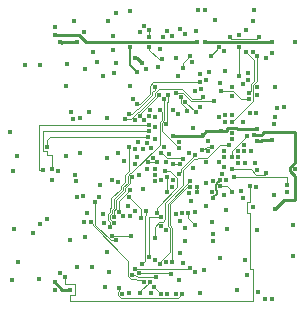
<source format=gbr>
G04 EAGLE Gerber RS-274X export*
G75*
%MOMM*%
%FSLAX34Y34*%
%LPD*%
%INCopper Layer 3*%
%IPPOS*%
%AMOC8*
5,1,8,0,0,1.08239X$1,22.5*%
G01*
%ADD10C,0.406400*%
%ADD11C,0.254000*%
%ADD12C,0.114300*%
%ADD13C,0.088900*%
%ADD14C,0.127000*%


D10*
X69342Y70104D03*
X223266Y209042D03*
X13208Y35814D03*
X230632Y159004D03*
X232609Y166751D03*
X212344Y239776D03*
X108331Y248793D03*
X38100Y72517D03*
X174592Y130128D03*
X183860Y158460D03*
X80137Y205613D03*
X92710Y105410D03*
X248335Y114560D03*
X71438Y77851D03*
X63500Y31750D03*
X76200Y31750D03*
X69850Y57150D03*
X9652Y64262D03*
X9398Y113030D03*
X6350Y146050D03*
X19050Y203200D03*
X31750Y203200D03*
X247650Y222250D03*
X107950Y185166D03*
X188976Y154686D03*
X189230Y79756D03*
X190754Y63754D03*
X178308Y59944D03*
X159512Y87630D03*
X171196Y28956D03*
X153162Y35052D03*
X216662Y10922D03*
X203962Y90678D03*
X186182Y110744D03*
X119634Y97790D03*
X245872Y67056D03*
X245872Y40894D03*
X213868Y119888D03*
X184404Y187960D03*
X96520Y204216D03*
X55118Y203454D03*
X139446Y231394D03*
X120142Y235712D03*
X207772Y189992D03*
X167386Y195326D03*
X228346Y213360D03*
X8128Y20574D03*
X98044Y103886D03*
X66294Y128778D03*
X58420Y163322D03*
X177800Y69850D03*
X178308Y53594D03*
X150368Y70612D03*
X172466Y83312D03*
X172212Y102616D03*
X86106Y69088D03*
X90678Y27940D03*
X149606Y21082D03*
X150368Y43688D03*
X215900Y63500D03*
X241046Y94996D03*
X238506Y167132D03*
X147320Y209042D03*
X188214Y214630D03*
X164338Y231902D03*
X179832Y241046D03*
X94742Y196088D03*
X54356Y185166D03*
X66294Y157734D03*
X102870Y121666D03*
X161798Y115316D03*
X163322Y78486D03*
X106426Y83312D03*
X68580Y91694D03*
X47244Y113030D03*
X73406Y162814D03*
X88646Y158242D03*
X70358Y199898D03*
X85344Y193802D03*
X76962Y214122D03*
X60706Y240030D03*
X89916Y240030D03*
X116840Y230632D03*
X167132Y167386D03*
X155194Y65024D03*
X112268Y119380D03*
X230124Y92964D03*
X149098Y193802D03*
X215900Y138176D03*
D11*
X216662Y138938D01*
X219256Y138938D01*
X220018Y139700D01*
X228600Y139700D01*
D10*
X228600Y139700D03*
X230886Y80772D03*
D11*
X239014Y88900D01*
X247650Y88900D01*
X244017Y112771D02*
X244017Y116349D01*
X247650Y109139D02*
X247650Y88900D01*
X247650Y119981D02*
X247650Y146050D01*
X244017Y112771D02*
X247650Y109139D01*
X244017Y116349D02*
X247650Y119981D01*
X247650Y146050D02*
X228600Y146050D01*
X222250Y146050D02*
X220780Y146050D01*
X222250Y146050D02*
X228600Y146050D01*
X222250Y146050D01*
X220780Y146050D01*
D10*
X213043Y143711D03*
D11*
X219456Y143256D02*
X222250Y146050D01*
X213498Y143256D02*
X213043Y143711D01*
X213498Y143256D02*
X219456Y143256D01*
D10*
X215900Y149098D03*
X145034Y143002D03*
X144526Y165100D03*
D11*
X190500Y149606D02*
X190500Y147320D01*
X190500Y149606D02*
X199136Y149606D01*
X199136Y149098D01*
X215900Y149098D01*
D10*
X185166Y147066D03*
D11*
X190246Y147066D02*
X190500Y147320D01*
X190246Y147066D02*
X185166Y147066D01*
D10*
X169672Y143764D03*
D11*
X172974Y147066D01*
X185166Y147066D01*
X168910Y143002D02*
X145034Y143002D01*
X168910Y143002D02*
X169672Y143764D01*
D10*
X30916Y21336D03*
X204724Y135382D03*
X31750Y68199D03*
X38100Y133350D03*
D12*
X38100Y139700D02*
X40295Y141895D01*
X38100Y139700D02*
X38100Y133350D01*
X40295Y141895D02*
X123872Y141895D01*
D10*
X123872Y141895D03*
X212084Y82550D03*
X202057Y96393D03*
X215900Y177800D03*
X215900Y184150D03*
X132334Y200914D03*
D13*
X128016Y188468D02*
X167640Y188468D01*
X128016Y188468D02*
X124968Y185420D01*
X124968Y178308D01*
X116586Y169926D01*
X114300Y169926D01*
X78740Y87122D02*
X78740Y67818D01*
X91948Y54610D01*
X96774Y54610D01*
D10*
X167640Y188468D03*
X114300Y169926D03*
X78740Y87122D03*
X96774Y54610D03*
D13*
X110236Y25400D02*
X112522Y25400D01*
X114808Y23114D01*
X130556Y23114D01*
X143510Y36068D02*
X143510Y43434D01*
X144018Y43942D01*
X144018Y65278D01*
X142240Y67056D01*
X142240Y84836D01*
X156718Y99314D01*
X159004Y99314D01*
X169418Y131064D02*
X170434Y131064D01*
X173228Y133858D01*
X178054Y133858D01*
D10*
X110236Y25400D03*
X130556Y23114D03*
X143510Y36068D03*
X159004Y99314D03*
X169418Y131064D03*
X178054Y133858D03*
X194564Y140208D03*
X123952Y147193D03*
X41910Y114554D03*
D12*
X38100Y129731D02*
X34481Y129731D01*
X38100Y129731D02*
X38100Y127000D01*
X34481Y129731D02*
X34481Y147193D01*
X38100Y127000D02*
X41910Y127000D01*
X41910Y114554D01*
X34481Y147193D02*
X123952Y147193D01*
D10*
X194818Y145288D03*
X123952Y152273D03*
D12*
X30988Y152273D01*
X30988Y114046D02*
X34481Y114046D01*
D10*
X34481Y114046D03*
D12*
X30988Y114046D02*
X30988Y152273D01*
D13*
X215646Y188976D02*
X215646Y210312D01*
X215646Y188976D02*
X212344Y185674D01*
X212344Y176022D01*
X212598Y175768D01*
X212598Y172720D01*
X194818Y154940D01*
D10*
X213614Y249428D03*
X215646Y210312D03*
X194818Y154940D03*
D13*
X138938Y154940D02*
X138938Y152654D01*
X138938Y154940D02*
X139192Y155194D01*
X139192Y170942D01*
X140716Y172466D01*
X140716Y177800D01*
X135128Y207772D02*
X132588Y207772D01*
X124714Y215646D01*
X124714Y217932D01*
X124714Y226822D02*
X124714Y232410D01*
D10*
X138938Y152654D03*
X140716Y177800D03*
X135128Y207772D03*
X124714Y217932D03*
X124714Y226822D03*
X124714Y232410D03*
X166116Y249428D03*
X171473Y249405D03*
X26416Y60706D03*
X107950Y75438D03*
X107350Y9762D03*
X134620Y105556D03*
X134620Y73914D03*
D12*
X124714Y73914D01*
X124714Y40386D01*
D10*
X124714Y40386D03*
X139350Y9000D03*
X134620Y66548D03*
X139700Y107950D03*
D13*
X139700Y95758D01*
D10*
X139700Y95758D03*
X138430Y62992D03*
X138430Y36068D03*
D13*
X125476Y19558D02*
X117094Y11176D01*
X117094Y9652D01*
D10*
X129794Y159004D03*
X129794Y150114D03*
X127508Y124206D03*
X125476Y19558D03*
X117094Y9652D03*
X102362Y74676D03*
X101854Y9398D03*
D13*
X76708Y68326D02*
X74930Y70104D01*
X76708Y68326D02*
X76708Y67056D01*
X106680Y37084D01*
X106680Y23876D01*
X108712Y21844D01*
X113284Y21844D01*
X114046Y21082D01*
X118872Y21082D01*
X120396Y19558D01*
X128778Y14732D02*
X134112Y9398D01*
D10*
X125222Y165100D03*
X110998Y173990D03*
X74930Y70104D03*
X120396Y19558D03*
X128778Y14732D03*
X134112Y9398D03*
D13*
X107188Y112776D02*
X107188Y133604D01*
X107188Y112776D02*
X104394Y109982D01*
X104394Y104140D01*
X100330Y100076D01*
X100330Y97790D01*
X92456Y89916D01*
X92456Y82804D01*
X90932Y81280D01*
X90932Y78232D01*
X89408Y76708D01*
X89408Y71882D01*
X91186Y70104D01*
X91186Y65532D01*
X98552Y14224D02*
X98552Y11176D01*
X98298Y10922D01*
X98298Y7874D01*
X100838Y5334D01*
X148590Y5334D01*
X152400Y9144D01*
D10*
X123952Y159766D03*
X112776Y156210D03*
X107188Y133604D03*
X91186Y65532D03*
X98552Y14224D03*
X152400Y9144D03*
X184658Y105156D03*
X205875Y37711D03*
X214630Y99759D03*
X230378Y152654D03*
X178816Y90170D03*
D14*
X181483Y93724D02*
X181483Y96776D01*
X180975Y101602D02*
X183132Y103759D01*
X183261Y103759D01*
X184658Y105156D01*
X178816Y91057D02*
X178816Y90170D01*
X178816Y91057D02*
X181483Y93724D01*
X181483Y96776D02*
X180975Y97284D01*
X180975Y101602D01*
D10*
X189738Y105156D03*
X198628Y12446D03*
X177800Y95250D03*
X163322Y27432D03*
X138938Y120396D03*
X147280Y9184D03*
X129540Y139954D03*
X122428Y136652D03*
X136652Y133350D03*
X125730Y132588D03*
X125730Y9652D03*
D13*
X121920Y75692D02*
X121920Y79248D01*
X121920Y75692D02*
X121158Y74930D01*
X121158Y37084D01*
X118364Y34290D01*
D10*
X118872Y132080D03*
X121920Y79248D03*
X118364Y34290D03*
X129540Y115062D03*
X87122Y15240D03*
X122428Y114808D03*
X138176Y113030D03*
D13*
X130810Y81788D02*
X130810Y77724D01*
X130810Y81788D02*
X148336Y99314D01*
X148336Y106934D01*
X142240Y113030D01*
X138176Y113030D01*
D10*
X129794Y38100D03*
X130810Y77724D03*
X129286Y109982D03*
X115570Y109982D03*
X116087Y26861D03*
X143256Y25654D03*
D12*
X142050Y26861D01*
X116087Y26861D01*
D10*
X129540Y104902D03*
X112522Y30480D03*
D12*
X159258Y30480D01*
D10*
X159258Y30988D03*
D12*
X159258Y30480D01*
D10*
X112586Y79058D03*
X188214Y92710D03*
X187706Y124968D03*
X174752Y197358D03*
X184658Y100076D03*
X178562Y104648D03*
X172720Y190246D03*
D13*
X184658Y100076D02*
X190500Y100076D01*
X194564Y96012D01*
X194564Y95250D01*
D10*
X194564Y95250D03*
X203890Y154940D03*
X199644Y120142D03*
X205994Y120142D03*
X208280Y196088D03*
X194564Y124968D03*
D13*
X200660Y193802D02*
X200660Y217932D01*
X207010Y142748D02*
X194564Y130302D01*
X194564Y124968D01*
D10*
X200660Y228600D03*
X200660Y217932D03*
X200660Y193802D03*
X207010Y142748D03*
X199644Y125222D03*
D13*
X208788Y179578D02*
X210312Y181102D01*
X210312Y186436D01*
X213614Y189738D01*
X213614Y207264D01*
X206756Y214122D01*
D10*
X210566Y129794D03*
X208788Y179578D03*
X206756Y214122D03*
X199644Y130302D03*
X204978Y130048D03*
X194564Y184404D03*
D13*
X176784Y210820D02*
X183896Y217932D01*
X192532Y226568D02*
X194056Y225044D01*
X216154Y225044D01*
X217678Y226568D01*
D10*
X187706Y130048D03*
X176784Y210820D03*
X183896Y217932D03*
X192532Y226568D03*
X217678Y226568D03*
D13*
X179578Y172466D02*
X159766Y172466D01*
X152908Y179324D01*
X147574Y179324D01*
D10*
X179578Y172466D03*
X147574Y179324D03*
X85598Y76962D03*
D13*
X184404Y134874D02*
X192278Y134874D01*
X184404Y134874D02*
X173482Y123952D01*
X165862Y123952D01*
X165100Y123190D01*
X162814Y123190D01*
X153416Y113792D01*
X153416Y101600D01*
X138176Y86360D01*
X138176Y72390D01*
X135890Y70104D01*
X133096Y70104D01*
X129032Y66040D01*
X129032Y56642D01*
D10*
X192278Y134874D03*
X129032Y56642D03*
D13*
X135128Y163322D02*
X133604Y164846D01*
X135128Y163322D02*
X135128Y156718D01*
X133350Y154940D01*
X133350Y135128D01*
X109474Y111252D01*
X108458Y111252D01*
X106426Y109220D01*
X106426Y103378D01*
X102362Y99314D01*
X102362Y97028D01*
X94488Y89154D01*
X94488Y82042D01*
X92964Y80518D01*
X92964Y77470D01*
X91440Y75946D01*
X91440Y72644D01*
X94742Y69342D01*
D10*
X133604Y164846D03*
X94742Y69342D03*
D13*
X94996Y74422D02*
X94996Y79756D01*
X96520Y81280D01*
X96520Y88392D01*
X104394Y96266D01*
X104394Y98552D01*
X108458Y102616D01*
X108458Y106172D01*
X109982Y107696D01*
X116840Y159766D02*
X116840Y161798D01*
X132588Y177546D01*
D10*
X94996Y74422D03*
X109982Y107696D03*
X112268Y131826D03*
X116840Y159766D03*
X132588Y177546D03*
D13*
X108712Y58420D02*
X93218Y58420D01*
X103886Y157480D02*
X108966Y157480D01*
X114808Y163322D01*
X115570Y163322D01*
X129032Y176784D01*
X129032Y179070D01*
X132842Y182880D01*
X152146Y182880D01*
X160528Y174498D01*
X168656Y174498D01*
X170180Y176022D01*
D10*
X108712Y58420D03*
X93218Y58420D03*
X82296Y91186D03*
X103886Y157480D03*
X170180Y176022D03*
D13*
X159004Y104394D02*
X140208Y85598D01*
X140208Y66294D01*
X141986Y64516D01*
X141986Y44704D01*
X133350Y36068D01*
X133350Y34290D01*
D10*
X168402Y182626D03*
X159004Y104394D03*
X133350Y34290D03*
D13*
X98552Y78232D02*
X98552Y87630D01*
X107950Y97028D01*
D10*
X98552Y78232D03*
X107950Y97028D03*
X115316Y137668D03*
X120396Y155956D03*
X152400Y77216D03*
X150586Y118836D03*
D12*
X144816Y118836D01*
X144780Y118872D01*
D10*
X144780Y118872D03*
D13*
X117602Y80772D02*
X117602Y73660D01*
X117602Y80772D02*
X107188Y91186D01*
D10*
X117602Y73660D03*
X107188Y91186D03*
X140970Y127508D03*
X155194Y53848D03*
D13*
X164592Y95758D02*
X164592Y99822D01*
D10*
X164592Y99822D03*
X164592Y95758D03*
X147320Y76962D03*
X148910Y161544D03*
D13*
X137160Y155956D02*
X137160Y173990D01*
X137160Y155956D02*
X135382Y154178D01*
X135382Y147320D01*
X150114Y132588D01*
X157480Y77216D02*
X157480Y73406D01*
X163068Y67818D01*
D10*
X137160Y173990D03*
X150114Y132588D03*
X157480Y77216D03*
X163068Y67818D03*
X167350Y9762D03*
X184658Y39878D03*
X209550Y100330D03*
D12*
X209550Y87186D01*
X207449Y87186D01*
X207449Y77915D01*
X209550Y77915D01*
X209550Y30036D01*
X212336Y30036D01*
X212336Y3302D01*
D10*
X53086Y23368D03*
D12*
X61786Y17336D02*
X61786Y8065D01*
X61786Y17336D02*
X53086Y17336D01*
X53086Y23368D01*
X57150Y8065D02*
X57150Y3302D01*
X57150Y8065D02*
X61786Y8065D01*
X57150Y3302D02*
X212336Y3302D01*
D10*
X194564Y114808D03*
D12*
X210273Y114808D01*
X214972Y110109D01*
X222289Y110109D02*
X223749Y111570D01*
D10*
X223749Y111570D03*
D12*
X222289Y110109D02*
X214972Y110109D01*
D10*
X228600Y4572D03*
X215900Y114300D03*
X222250Y4572D03*
X49372Y26838D03*
X150370Y233520D03*
D13*
X156210Y165608D02*
X156210Y163830D01*
X156210Y165608D02*
X151384Y170434D01*
X151384Y175768D01*
X152908Y200152D02*
X152908Y204724D01*
X158750Y210566D01*
D10*
X157988Y94234D03*
X158496Y128270D03*
X156210Y163830D03*
X151384Y175768D03*
X152908Y200152D03*
X158750Y210566D03*
X144780Y105410D03*
D13*
X129032Y181864D02*
X129032Y184404D01*
X129032Y181864D02*
X127000Y179832D01*
X127000Y177546D01*
X114808Y165354D01*
X114046Y165354D01*
X109982Y161290D01*
X107696Y161290D01*
X123698Y120396D02*
X131064Y120396D01*
D10*
X135890Y226822D03*
X129032Y184404D03*
X107696Y161290D03*
X114300Y124714D03*
X123698Y120396D03*
X131064Y120396D03*
X143510Y99568D03*
X150114Y137668D03*
X155194Y228854D03*
X149860Y110744D03*
D13*
X164084Y162814D02*
X154940Y171958D01*
X163576Y126746D02*
X151384Y114554D01*
X151384Y112268D01*
X149860Y110744D01*
D10*
X154940Y171958D03*
X164084Y162814D03*
X163576Y126746D03*
X59690Y157226D03*
X133350Y216248D03*
X114300Y196850D03*
D14*
X107950Y203200D01*
D10*
X107950Y218012D03*
D14*
X107950Y203200D01*
D10*
X118364Y204470D03*
D11*
X113792Y209042D01*
X112268Y209042D01*
D10*
X112268Y209042D03*
X122054Y199524D03*
X88900Y44450D03*
D11*
X50800Y12700D02*
X44450Y19050D01*
X50800Y12700D02*
X57150Y12700D01*
D10*
X57150Y12700D03*
D11*
X64759Y228600D02*
X44450Y228600D01*
D10*
X165180Y222330D03*
D11*
X152400Y222330D01*
X71029Y222330D01*
X64759Y228600D01*
D10*
X44450Y19050D03*
X44450Y228600D03*
X61468Y109474D03*
X96012Y246888D03*
X94107Y215900D03*
X94234Y227114D03*
X41982Y105592D03*
X69342Y231140D03*
X62738Y104394D03*
X63164Y90850D03*
X63500Y222250D03*
D11*
X50800Y222250D01*
X49784Y221234D01*
D10*
X171450Y222250D03*
D11*
X228791Y222250D01*
D10*
X228791Y222250D03*
X49022Y221996D03*
X82550Y101600D03*
D13*
X49784Y221234D02*
X49022Y221996D01*
D12*
X241300Y107950D02*
X241300Y101600D01*
X241391Y101509D01*
D10*
X241391Y101509D03*
D12*
X241300Y107950D02*
X196342Y107950D01*
D10*
X196342Y107950D03*
X44718Y234950D03*
X214630Y162433D03*
X211958Y214243D03*
X194564Y160274D03*
X194564Y177038D03*
X143764Y227330D03*
X203708Y186436D03*
X209550Y162433D03*
X188722Y160782D03*
X188722Y197612D03*
X187706Y116840D03*
X206248Y232156D03*
X57658Y55118D03*
X44450Y12700D03*
X207700Y25400D03*
X231140Y184150D03*
X54102Y125476D03*
X88773Y123825D03*
X12954Y126238D03*
X97663Y128270D03*
X161290Y149446D03*
X172974Y120396D03*
X160528Y205486D03*
X173958Y138430D03*
X152908Y123698D03*
D13*
X135128Y128270D02*
X134620Y128270D01*
X135128Y128270D02*
X139446Y123952D01*
X152654Y123952D01*
X152908Y123698D01*
X202438Y174244D02*
X209042Y174244D01*
X202438Y174244D02*
X195834Y180848D01*
X184912Y180848D01*
D10*
X183896Y120396D03*
X134620Y128270D03*
X209042Y174244D03*
X184912Y180848D03*
X163322Y180848D03*
M02*

</source>
